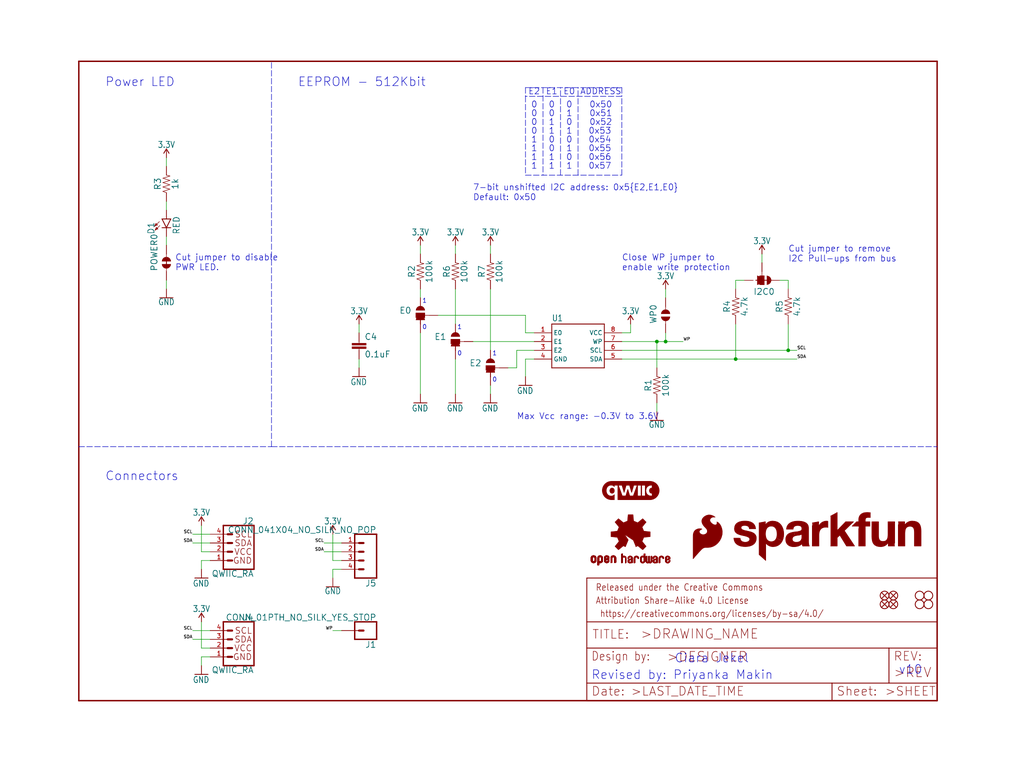
<source format=kicad_sch>
(kicad_sch (version 20211123) (generator eeschema)
  (paper "User" 297.002 223.926)
  (lib_symbols
    (symbol "eagleSchem-eagle-import:0.1UF-0603-25V-(+80{slash}-20%)"
      (property "Reference" "C" (at 1.524 2.921 0))
      (property "Value" "0.1UF-0603-25V-(+80{slash}-20%)" (at 1.524 -2.159 0))
      (symbol "0.1UF-0603-25V-(+80{slash}-20%)_1_0"
        (pin passive line (at 0 5.08 270) (length 2.54) (name "1") (number "1"))
        (pin passive line (at 0 -2.54 90) (length 2.54) (name "2") (number "2"))
      )
    )
    (symbol "eagleSchem-eagle-import:100KOHM-0603-1{slash}10W-1%"
      (property "Reference" "R" (at 0 1.524 0))
      (property "Value" "100KOHM-0603-1{slash}10W-1%" (at 0 -1.524 0))
      (symbol "100KOHM-0603-1{slash}10W-1%_1_0"
        (pin passive line (at -5.08 0 0) (length 2.54) (name "1") (number "1"))
        (pin passive line (at 5.08 0 180) (length 2.54) (name "2") (number "2"))
      )
    )
    (symbol "eagleSchem-eagle-import:1KOHM-0603-1{slash}10W-1%"
      (property "Reference" "R" (at 0 1.524 0))
      (property "Value" "1KOHM-0603-1{slash}10W-1%" (at 0 -1.524 0))
      (symbol "1KOHM-0603-1{slash}10W-1%_1_0"
        (pin passive line (at -5.08 0 0) (length 2.54) (name "1") (number "1"))
        (pin passive line (at 5.08 0 180) (length 2.54) (name "2") (number "2"))
      )
    )
    (symbol "eagleSchem-eagle-import:3.3V" (power)
      (property "Value" "3.3V" (at 0 2.794 0))
      (symbol "3.3V_1_0"
        (pin power_in line (at 0 0 90) (length 2.54) (name "3.3V") (number "1"))
      )
    )
    (symbol "eagleSchem-eagle-import:4.7KOHM-0603-1{slash}10W-1%"
      (property "Reference" "R" (at 0 1.524 0))
      (property "Value" "4.7KOHM-0603-1{slash}10W-1%" (at 0 -1.524 0))
      (symbol "4.7KOHM-0603-1{slash}10W-1%_1_0"
        (pin passive line (at -5.08 0 0) (length 2.54) (name "1") (number "1"))
        (pin passive line (at 5.08 0 180) (length 2.54) (name "2") (number "2"))
      )
    )
    (symbol "eagleSchem-eagle-import:CONN_01PTH_NO_SILK_YES_STOP"
      (property "Reference" "J" (at -2.54 3.048 0))
      (property "Value" "CONN_01PTH_NO_SILK_YES_STOP" (at -2.54 -4.826 0))
      (symbol "CONN_01PTH_NO_SILK_YES_STOP_1_0"
        (pin passive line (at 7.62 0 180) (length 5.08) (name "1") (number "1"))
      )
    )
    (symbol "eagleSchem-eagle-import:CONN_041X04_NO_SILK_NO_POP"
      (property "Reference" "J" (at -5.08 8.128 0))
      (property "Value" "CONN_041X04_NO_SILK_NO_POP" (at -5.08 -7.366 0))
      (symbol "CONN_041X04_NO_SILK_NO_POP_1_0"
        (pin passive line (at 5.08 -2.54 180) (length 5.08) (name "1") (number "1"))
        (pin passive line (at 5.08 0 180) (length 5.08) (name "2") (number "2"))
        (pin passive line (at 5.08 2.54 180) (length 5.08) (name "3") (number "3"))
        (pin passive line (at 5.08 5.08 180) (length 5.08) (name "4") (number "4"))
      )
    )
    (symbol "eagleSchem-eagle-import:FIDUCIALUFIDUCIAL")
    (symbol "eagleSchem-eagle-import:FRAME-LETTER"
      (symbol "FRAME-LETTER_2_0"
        (text " https://creativecommons.org/licenses/by-sa/4.0/" (at 2.54 24.13 0) (effects (font (size 1.9304 1.6408)) (justify left bottom)))
        (text ">DESIGNER" (at 23.114 11.176 0) (effects (font (size 2.7432 2.7432)) (justify left bottom)))
        (text ">DRAWING_NAME" (at 15.494 17.78 0) (effects (font (size 2.7432 2.7432)) (justify left bottom)))
        (text ">LAST_DATE_TIME" (at 12.7 1.27 0) (effects (font (size 2.54 2.54)) (justify left bottom)))
        (text ">REV" (at 88.9 6.604 0) (effects (font (size 2.7432 2.7432)) (justify left bottom)))
        (text ">SHEET" (at 86.36 1.27 0) (effects (font (size 2.54 2.54)) (justify left bottom)))
        (text "Attribution Share-Alike 4.0 License" (at 2.54 27.94 0) (effects (font (size 1.9304 1.6408)) (justify left bottom)))
        (text "Date:" (at 1.27 1.27 0) (effects (font (size 2.54 2.54)) (justify left bottom)))
        (text "Design by:" (at 1.27 11.43 0) (effects (font (size 2.54 2.159)) (justify left bottom)))
        (text "Released under the Creative Commons" (at 2.54 31.75 0) (effects (font (size 1.9304 1.6408)) (justify left bottom)))
        (text "REV:" (at 88.9 11.43 0) (effects (font (size 2.54 2.54)) (justify left bottom)))
        (text "Sheet:" (at 72.39 1.27 0) (effects (font (size 2.54 2.54)) (justify left bottom)))
        (text "TITLE:" (at 1.524 17.78 0) (effects (font (size 2.54 2.54)) (justify left bottom)))
      )
    )
    (symbol "eagleSchem-eagle-import:GND" (power)
      (property "Value" "GND" (at 0 -0.254 0))
      (symbol "GND_1_0"
        (pin power_in line (at 0 2.54 270) (length 2.54) (name "GND") (number "1"))
      )
    )
    (symbol "eagleSchem-eagle-import:JUMPER-SMT_2_NC_TRACE_SILK"
      (property "Reference" "JP" (at -2.54 2.54 0))
      (property "Value" "JUMPER-SMT_2_NC_TRACE_SILK" (at -2.54 -2.54 0))
      (symbol "JUMPER-SMT_2_NC_TRACE_SILK_1_0"
        (pin passive line (at -5.08 0 0) (length 2.54) (name "1") (number "1"))
        (pin passive line (at 5.08 0 180) (length 2.54) (name "2") (number "2"))
      )
    )
    (symbol "eagleSchem-eagle-import:JUMPER-SMT_2_NO_SILK"
      (property "Reference" "JP" (at -2.54 2.54 0))
      (property "Value" "JUMPER-SMT_2_NO_SILK" (at -2.54 -2.54 0))
      (symbol "JUMPER-SMT_2_NO_SILK_1_0"
        (pin passive line (at -5.08 0 0) (length 2.54) (name "1") (number "1"))
        (pin passive line (at 5.08 0 180) (length 2.54) (name "2") (number "2"))
      )
    )
    (symbol "eagleSchem-eagle-import:JUMPER-SMT_3_1-NC_TRACE_SILK"
      (property "Reference" "JP" (at 2.54 0.381 0))
      (property "Value" "JUMPER-SMT_3_1-NC_TRACE_SILK" (at 2.54 -0.381 0))
      (symbol "JUMPER-SMT_3_1-NC_TRACE_SILK_1_0"
        (pin passive line (at 0 5.08 270) (length 2.54) (name "1") (number "1"))
        (pin passive line (at -5.08 0 0) (length 2.54) (name "2") (number "2"))
        (pin passive line (at 0 -5.08 90) (length 2.54) (name "3") (number "3"))
      )
    )
    (symbol "eagleSchem-eagle-import:JUMPER-SMT_3_2-NC_TRACE_SILK"
      (property "Reference" "JP" (at 2.54 0.381 0))
      (property "Value" "JUMPER-SMT_3_2-NC_TRACE_SILK" (at 2.54 -0.381 0))
      (symbol "JUMPER-SMT_3_2-NC_TRACE_SILK_1_0"
        (pin passive line (at 0 5.08 270) (length 2.54) (name "1") (number "1"))
        (pin passive line (at -5.08 0 0) (length 2.54) (name "2") (number "2"))
        (pin passive line (at 0 -5.08 90) (length 2.54) (name "3") (number "3"))
      )
    )
    (symbol "eagleSchem-eagle-import:LED-RED0603"
      (property "Reference" "D" (at -3.429 -4.572 90))
      (property "Value" "LED-RED0603" (at 1.905 -4.572 90))
      (symbol "LED-RED0603_1_0"
        (pin passive line (at 0 2.54 270) (length 2.54) (name "A") (number "A"))
        (pin passive line (at 0 -5.08 90) (length 2.54) (name "C") (number "C"))
      )
    )
    (symbol "eagleSchem-eagle-import:OSHW-LOGOMINI")
    (symbol "eagleSchem-eagle-import:QWIIC_CONNECTORJS-1MM"
      (property "Reference" "J" (at -5.08 7.874 0))
      (property "Value" "QWIIC_CONNECTORJS-1MM" (at -5.08 -5.334 0))
      (symbol "QWIIC_CONNECTORJS-1MM_1_0"
        (text "GND" (at -4.572 -2.54 0) (effects (font (size 1.778 1.778)) (justify left)))
        (text "SCL" (at -4.572 5.08 0) (effects (font (size 1.778 1.778)) (justify left)))
        (text "SDA" (at -4.572 2.54 0) (effects (font (size 1.778 1.778)) (justify left)))
        (text "VCC" (at -4.572 0 0) (effects (font (size 1.778 1.778)) (justify left)))
        (pin power_in line (at 7.62 -2.54 180) (length 5.08) (name "1") (number "1"))
        (pin power_in line (at 7.62 0 180) (length 5.08) (name "2") (number "2"))
        (pin passive line (at 7.62 2.54 180) (length 5.08) (name "3") (number "3"))
        (pin passive line (at 7.62 5.08 180) (length 5.08) (name "4") (number "4"))
      )
    )
    (symbol "eagleSchem-eagle-import:QWIIC_LOGO_4MM")
    (symbol "eagleSchem-eagle-import:RM24C512C"
      (property "Value" "RM24C512C" (at -7.62 -10.16 0))
      (symbol "RM24C512C_1_0"
        (pin bidirectional line (at -12.7 2.54 0) (length 5.08) (name "E0") (number "1"))
        (pin bidirectional line (at -12.7 0 0) (length 5.08) (name "E1") (number "2"))
        (pin bidirectional line (at -12.7 -2.54 0) (length 5.08) (name "E2") (number "3"))
        (pin power_in line (at -12.7 -5.08 0) (length 5.08) (name "GND") (number "4"))
        (pin bidirectional line (at 12.7 -5.08 180) (length 5.08) (name "SDA") (number "5"))
        (pin bidirectional line (at 12.7 -2.54 180) (length 5.08) (name "SCL") (number "6"))
        (pin bidirectional line (at 12.7 0 180) (length 5.08) (name "WP") (number "7"))
        (pin power_in line (at 12.7 2.54 180) (length 5.08) (name "VCC") (number "8"))
      )
    )
    (symbol "eagleSchem-eagle-import:SFE_LOGO_FLAME.1_INCH")
    (symbol "eagleSchem-eagle-import:SFE_LOGO_NAME.1_INCH")
    (symbol "eagleSchem-eagle-import:STAND-OFF")
  )
  (junction (at 190.5 99.06))
  (junction (at 213.36 104.14))
  (junction (at 193.04 99.06))
  (junction (at 228.6 101.6))
  (wire (pts (xy 96.52 162.56) (xy 96.52 154.94)))
  (wire (pts (xy 99.06 182.88) (xy 96.52 182.88)))
  (wire (pts (xy 60.96 160.02) (xy 58.42 160.02)))
  (wire (pts (xy 99.06 157.48) (xy 93.98 157.48)))
  (wire (pts (xy 198.12 99.06) (xy 193.04 99.06)))
  (wire (pts (xy 48.26 71.12) (xy 48.26 68.58)))
  (wire (pts (xy 193.04 99.06) (xy 190.5 99.06)))
  (wire (pts (xy 228.6 83.82) (xy 228.6 81.28)))
  (wire (pts (xy 149.86 101.6) (xy 149.86 106.68)))
  (wire (pts (xy 213.36 81.28) (xy 215.9 81.28)))
  (polyline (pts (xy 152.4 25.4) (xy 152.4 27.94)))
  (wire (pts (xy 154.94 104.14) (xy 152.4 104.14)))
  (wire (pts (xy 180.34 104.14) (xy 213.36 104.14)))
  (wire (pts (xy 48.26 83.82) (xy 48.26 81.28)))
  (polyline (pts (xy 78.74 129.54) (xy 271.78 129.54)))
  (wire (pts (xy 60.96 162.56) (xy 58.42 162.56)))
  (polyline (pts (xy 78.74 129.54) (xy 78.74 17.78)))
  (wire (pts (xy 193.04 99.06) (xy 193.04 96.52)))
  (wire (pts (xy 58.42 160.02) (xy 58.42 152.4)))
  (polyline (pts (xy 152.4 27.94) (xy 152.4 50.8)))
  (wire (pts (xy 213.36 104.14) (xy 231.14 104.14)))
  (wire (pts (xy 60.96 187.96) (xy 58.42 187.96)))
  (polyline (pts (xy 180.34 25.4) (xy 180.34 27.94)))
  (wire (pts (xy 104.14 96.52) (xy 104.14 93.98)))
  (wire (pts (xy 152.4 91.44) (xy 127 91.44)))
  (wire (pts (xy 142.24 73.66) (xy 142.24 71.12)))
  (wire (pts (xy 152.4 104.14) (xy 152.4 109.22)))
  (wire (pts (xy 60.96 185.42) (xy 55.88 185.42)))
  (wire (pts (xy 48.26 48.26) (xy 48.26 45.72)))
  (wire (pts (xy 154.94 99.06) (xy 137.16 99.06)))
  (wire (pts (xy 149.86 106.68) (xy 147.32 106.68)))
  (polyline (pts (xy 152.4 25.4) (xy 180.34 25.4)))
  (wire (pts (xy 220.98 73.66) (xy 220.98 76.2)))
  (wire (pts (xy 180.34 99.06) (xy 190.5 99.06)))
  (polyline (pts (xy 157.48 25.4) (xy 157.48 50.8)))
  (wire (pts (xy 190.5 106.68) (xy 190.5 99.06)))
  (wire (pts (xy 99.06 162.56) (xy 96.52 162.56)))
  (wire (pts (xy 60.96 154.94) (xy 55.88 154.94)))
  (polyline (pts (xy 22.86 129.54) (xy 78.74 129.54)))
  (polyline (pts (xy 152.4 50.8) (xy 180.34 50.8)))
  (wire (pts (xy 60.96 190.5) (xy 58.42 190.5)))
  (wire (pts (xy 213.36 83.82) (xy 213.36 81.28)))
  (polyline (pts (xy 162.56 50.8) (xy 162.56 25.4)))
  (wire (pts (xy 121.92 83.82) (xy 121.92 86.36)))
  (wire (pts (xy 121.92 71.12) (xy 121.92 73.66)))
  (wire (pts (xy 228.6 81.28) (xy 226.06 81.28)))
  (wire (pts (xy 132.08 93.98) (xy 132.08 83.82)))
  (wire (pts (xy 99.06 165.1) (xy 96.52 165.1)))
  (wire (pts (xy 58.42 162.56) (xy 58.42 165.1)))
  (wire (pts (xy 142.24 114.3) (xy 142.24 111.76)))
  (wire (pts (xy 152.4 96.52) (xy 152.4 91.44)))
  (wire (pts (xy 213.36 104.14) (xy 213.36 93.98)))
  (wire (pts (xy 154.94 96.52) (xy 152.4 96.52)))
  (wire (pts (xy 58.42 190.5) (xy 58.42 193.04)))
  (wire (pts (xy 154.94 101.6) (xy 149.86 101.6)))
  (wire (pts (xy 193.04 83.82) (xy 193.04 86.36)))
  (wire (pts (xy 132.08 73.66) (xy 132.08 71.12)))
  (polyline (pts (xy 180.34 27.94) (xy 152.4 27.94)))
  (wire (pts (xy 182.88 96.52) (xy 182.88 93.98)))
  (wire (pts (xy 228.6 101.6) (xy 228.6 93.98)))
  (wire (pts (xy 104.14 104.14) (xy 104.14 106.68)))
  (wire (pts (xy 190.5 119.38) (xy 190.5 116.84)))
  (wire (pts (xy 60.96 157.48) (xy 55.88 157.48)))
  (wire (pts (xy 58.42 187.96) (xy 58.42 180.34)))
  (polyline (pts (xy 167.64 50.8) (xy 167.64 25.4)))
  (wire (pts (xy 96.52 165.1) (xy 96.52 167.64)))
  (wire (pts (xy 182.88 96.52) (xy 180.34 96.52)))
  (wire (pts (xy 228.6 101.6) (xy 231.14 101.6)))
  (wire (pts (xy 121.92 114.3) (xy 121.92 96.52)))
  (wire (pts (xy 132.08 114.3) (xy 132.08 104.14)))
  (polyline (pts (xy 180.34 50.8) (xy 180.34 27.94)))
  (wire (pts (xy 60.96 182.88) (xy 55.88 182.88)))
  (wire (pts (xy 99.06 160.02) (xy 93.98 160.02)))
  (wire (pts (xy 48.26 60.96) (xy 48.26 58.42)))
  (wire (pts (xy 142.24 101.6) (xy 142.24 83.82)))
  (wire (pts (xy 180.34 101.6) (xy 228.6 101.6)))
  (text "0" (at 154.94 33.02 180) (effects (font (size 1.778 1.778))))
  (text "1" (at 160.02 35.56 180) (effects (font (size 1.778 1.778))))
  (text "0" (at 160.02 30.48 180) (effects (font (size 1.778 1.778))))
  (text "0" (at 165.1 45.72 180) (effects (font (size 1.778 1.778))))
  (text "1" (at 142.748 103.378 180) (effects (font (size 1.27 1.27)) (justify left bottom)))
  (text "Ciara Jekel" (at 195.58 192.532 180) (effects (font (size 2.54 2.54)) (justify left bottom)))
  (text "7-bit unshifted I2C address: 0x5{E2,E1,E0}\nDefault: 0x50" (at 137.16 58.42 180) (effects (font (size 1.778 1.778)) (justify left bottom)))
  (text "ADDRESS" (at 174.244 26.67 180) (effects (font (size 1.778 1.778))))
  (text "0" (at 165.1 40.64 180) (effects (font (size 1.778 1.778))))
  (text "E2" (at 154.94 26.67 180) (effects (font (size 1.778 1.778))))
  (text "0" (at 154.94 35.56 180) (effects (font (size 1.778 1.778))))
  (text "1" (at 165.1 48.26 180) (effects (font (size 1.778 1.778))))
  (text "0x57" (at 173.99 48.26 180) (effects (font (size 1.778 1.778))))
  (text "1" (at 132.588 95.758 180) (effects (font (size 1.27 1.27)) (justify left bottom)))
  (text "1" (at 122.428 88.138 180) (effects (font (size 1.27 1.27)) (justify left bottom)))
  (text "0" (at 142.748 110.998 180) (effects (font (size 1.27 1.27)) (justify left bottom)))
  (text "0" (at 165.1 30.48 180) (effects (font (size 1.778 1.778))))
  (text "Power LED" (at 30.48 25.4 180) (effects (font (size 2.54 2.54)) (justify left bottom)))
  (text "0x50" (at 174.244 30.48 180) (effects (font (size 1.778 1.778))))
  (text "Cut jumper to disable\nPWR LED." (at 50.8 78.74 180) (effects (font (size 1.778 1.778)) (justify left bottom)))
  (text "0x56" (at 173.99 45.72 180) (effects (font (size 1.778 1.778))))
  (text "EEPROM - 512Kbit" (at 86.36 25.4 180) (effects (font (size 2.54 2.54)) (justify left bottom)))
  (text "Close WP jumper to\nenable write protection" (at 180.34 78.74 180) (effects (font (size 1.778 1.778)) (justify left bottom)))
  (text "0x53" (at 173.99 38.1 180) (effects (font (size 1.778 1.778))))
  (text "Max Vcc range: -0.3V to 3.6V" (at 149.86 121.92 180) (effects (font (size 1.778 1.778)) (justify left bottom)))
  (text "0x52" (at 174.244 35.56 180) (effects (font (size 1.778 1.778))))
  (text "Connectors" (at 30.48 139.7 180) (effects (font (size 2.54 2.54)) (justify left bottom)))
  (text "E0" (at 165.1 26.67 180) (effects (font (size 1.778 1.778))))
  (text "0x54" (at 173.99 40.64 180) (effects (font (size 1.778 1.778))))
  (text "Cut jumper to remove\nI2C Pull-ups from bus" (at 228.6 76.2 180) (effects (font (size 1.778 1.778)) (justify left bottom)))
  (text "0" (at 165.1 35.56 180) (effects (font (size 1.778 1.778))))
  (text "0x51" (at 174.244 33.02 180) (effects (font (size 1.778 1.778))))
  (text "0" (at 154.94 38.1 180) (effects (font (size 1.778 1.778))))
  (text "0" (at 160.02 33.02 180) (effects (font (size 1.778 1.778))))
  (text "1" (at 160.02 38.1 180) (effects (font (size 1.778 1.778))))
  (text "1" (at 154.94 48.26 180) (effects (font (size 1.778 1.778))))
  (text "Revised by: Priyanka Makin" (at 171.45 197.358 180) (effects (font (size 2.54 2.54)) (justify left bottom)))
  (text "E1" (at 160.02 26.67 180) (effects (font (size 1.778 1.778))))
  (text "v10" (at 260.604 195.834 180) (effects (font (size 2.54 2.54)) (justify left bottom)))
  (text "0" (at 154.94 30.48 180) (effects (font (size 1.778 1.778))))
  (text "0x55" (at 173.99 43.18 180) (effects (font (size 1.778 1.778))))
  (text "1" (at 154.94 43.18 180) (effects (font (size 1.778 1.778))))
  (text "0" (at 160.02 43.18 180) (effects (font (size 1.778 1.778))))
  (text "1" (at 154.94 40.64 180) (effects (font (size 1.778 1.778))))
  (text "1" (at 165.1 43.18 180) (effects (font (size 1.778 1.778))))
  (text "1" (at 160.02 48.26 180) (effects (font (size 1.778 1.778))))
  (text "0" (at 122.428 95.758 180) (effects (font (size 1.27 1.27)) (justify left bottom)))
  (text "1" (at 165.1 38.1 180) (effects (font (size 1.778 1.778))))
  (text "1" (at 160.02 45.72 180) (effects (font (size 1.778 1.778))))
  (text "1" (at 165.1 33.02 180) (effects (font (size 1.778 1.778))))
  (text "0" (at 132.588 103.378 180) (effects (font (size 1.27 1.27)) (justify left bottom)))
  (text "0" (at 160.02 40.64 180) (effects (font (size 1.778 1.778))))
  (text "1" (at 154.94 45.72 180) (effects (font (size 1.778 1.778))))
  (label "SCL" (at 55.88 182.88 180) (effects (font (size 0.889 0.889))))
  (label "SCL" (at 93.98 157.48 180) (effects (font (size 0.889 0.889))))
  (label "SDA" (at 93.98 160.02 180) (effects (font (size 0.889 0.889))))
  (label "SDA" (at 55.88 157.48 180) (effects (font (size 0.889 0.889))))
  (label "SDA" (at 55.88 185.42 180) (effects (font (size 0.889 0.889))))
  (label "SDA" (at 231.14 104.14 0) (effects (font (size 0.889 0.889))))
  (label "WP" (at 96.52 182.88 180) (effects (font (size 0.889 0.889))))
  (label "SCL" (at 231.14 101.6 0) (effects (font (size 0.889 0.889))))
  (label "SCL" (at 55.88 154.94 180) (effects (font (size 0.889 0.889))))
  (label "WP" (at 198.12 99.06 0) (effects (font (size 0.889 0.889))))
  (symbol (lib_id "eagleSchem-eagle-import:FIDUCIALUFIDUCIAL") (at 259.08 175.26 0) (unit 1)
    (property "Reference" "JP1" (effects hide))
    (property "Value" "FIDUCIALUFIDUCIAL" (effects hide))
    (property "Footprint" "eagleSchem:FIDUCIAL-MICRO" (effects hide))
  )
  (symbol (lib_id "eagleSchem-eagle-import:CONN_041X04_NO_SILK_NO_POP") (at 104.14 160.02 180) (unit 1)
    (property "Reference" "J5" (at 109.22 168.148 0) (effects (font (size 1.778 1.778)) (justify left bottom)))
    (property "Value" "CONN_041X04_NO_SILK_NO_POP" (at 109.22 152.654 0) (effects (font (size 1.778 1.778)) (justify left bottom)))
    (property "Footprint" "eagleSchem:1X04_NO_SILK" (effects hide))
  )
  (symbol (lib_id "eagleSchem-eagle-import:3.3V") (at 104.14 93.98 0) (unit 1)
    (property "Reference" "#SUPPLY5" (effects hide))
    (property "Value" "3.3V" (at 104.14 91.186 0) (effects (font (size 1.778 1.5113)) (justify bottom)))
    (property "Footprint" "eagleSchem:" (effects hide))
  )
  (symbol (lib_id "eagleSchem-eagle-import:4.7KOHM-0603-1{slash}10W-1%") (at 213.36 88.9 90) (unit 1)
    (property "Reference" "R4" (at 211.836 88.9 0) (effects (font (size 1.778 1.778)) (justify bottom)))
    (property "Value" "4.7k" (at 214.884 88.9 0) (effects (font (size 1.778 1.778)) (justify top)))
    (property "Footprint" "eagleSchem:0603" (effects hide))
  )
  (symbol (lib_id "eagleSchem-eagle-import:JUMPER-SMT_3_1-NC_TRACE_SILK") (at 121.92 91.44 0) (mirror y) (unit 1)
    (property "Reference" "E0" (at 119.38 91.059 0) (effects (font (size 1.778 1.778)) (justify left bottom)))
    (property "Value" "JUMPER-SMT_3_1-NC_TRACE_SILK" (effects hide))
    (property "Footprint" "eagleSchem:SMT-JUMPER_3_1-NC_TRACE_SILK" (effects hide))
  )
  (symbol (lib_id "eagleSchem-eagle-import:GND") (at 96.52 170.18 0) (unit 1)
    (property "Reference" "#GND11" (effects hide))
    (property "Value" "GND" (at 96.52 170.434 0) (effects (font (size 1.778 1.5113)) (justify top)))
    (property "Footprint" "eagleSchem:" (effects hide))
  )
  (symbol (lib_id "eagleSchem-eagle-import:SFE_LOGO_FLAME.1_INCH") (at 200.66 162.56 0) (unit 1)
    (property "Reference" "LOGO3" (effects hide))
    (property "Value" "SFE_LOGO_FLAME.1_INCH" (effects hide))
    (property "Footprint" "eagleSchem:SFE_LOGO_FLAME_.1" (effects hide))
  )
  (symbol (lib_id "eagleSchem-eagle-import:3.3V") (at 193.04 83.82 0) (unit 1)
    (property "Reference" "#SUPPLY11" (effects hide))
    (property "Value" "3.3V" (at 193.04 81.026 0) (effects (font (size 1.778 1.5113)) (justify bottom)))
    (property "Footprint" "eagleSchem:" (effects hide))
  )
  (symbol (lib_id "eagleSchem-eagle-import:STAND-OFF") (at 269.24 172.72 0) (unit 1)
    (property "Reference" "JP3" (effects hide))
    (property "Value" "STAND-OFF" (effects hide))
    (property "Footprint" "eagleSchem:STAND-OFF" (effects hide))
  )
  (symbol (lib_id "eagleSchem-eagle-import:1KOHM-0603-1{slash}10W-1%") (at 48.26 53.34 90) (unit 1)
    (property "Reference" "R3" (at 46.736 53.34 0) (effects (font (size 1.778 1.778)) (justify bottom)))
    (property "Value" "1k" (at 49.784 53.34 0) (effects (font (size 1.778 1.778)) (justify top)))
    (property "Footprint" "eagleSchem:0603" (effects hide))
  )
  (symbol (lib_id "eagleSchem-eagle-import:3.3V") (at 48.26 45.72 0) (unit 1)
    (property "Reference" "#SUPPLY10" (effects hide))
    (property "Value" "3.3V" (at 48.26 42.926 0) (effects (font (size 1.778 1.5113)) (justify bottom)))
    (property "Footprint" "eagleSchem:" (effects hide))
  )
  (symbol (lib_id "eagleSchem-eagle-import:STAND-OFF") (at 269.24 175.26 0) (unit 1)
    (property "Reference" "JP4" (effects hide))
    (property "Value" "STAND-OFF" (effects hide))
    (property "Footprint" "eagleSchem:STAND-OFF" (effects hide))
  )
  (symbol (lib_id "eagleSchem-eagle-import:0.1UF-0603-25V-(+80{slash}-20%)") (at 104.14 101.6 0) (unit 1)
    (property "Reference" "C4" (at 105.664 98.679 0) (effects (font (size 1.778 1.778)) (justify left bottom)))
    (property "Value" "0.1uF" (at 105.664 103.759 0) (effects (font (size 1.778 1.778)) (justify left bottom)))
    (property "Footprint" "eagleSchem:0603" (effects hide))
  )
  (symbol (lib_id "eagleSchem-eagle-import:100KOHM-0603-1{slash}10W-1%") (at 142.24 78.74 90) (unit 1)
    (property "Reference" "R7" (at 140.716 78.74 0) (effects (font (size 1.778 1.778)) (justify bottom)))
    (property "Value" "100k" (at 143.764 78.74 0) (effects (font (size 1.778 1.778)) (justify top)))
    (property "Footprint" "eagleSchem:0603" (effects hide))
  )
  (symbol (lib_id "eagleSchem-eagle-import:3.3V") (at 182.88 93.98 0) (unit 1)
    (property "Reference" "#SUPPLY3" (effects hide))
    (property "Value" "3.3V" (at 182.88 91.186 0) (effects (font (size 1.778 1.5113)) (justify bottom)))
    (property "Footprint" "eagleSchem:" (effects hide))
  )
  (symbol (lib_id "eagleSchem-eagle-import:CONN_01PTH_NO_SILK_YES_STOP") (at 106.68 182.88 180) (unit 1)
    (property "Reference" "J1" (at 109.22 185.928 0) (effects (font (size 1.778 1.778)) (justify left bottom)))
    (property "Value" "CONN_01PTH_NO_SILK_YES_STOP" (at 109.22 178.054 0) (effects (font (size 1.778 1.778)) (justify left bottom)))
    (property "Footprint" "eagleSchem:1X01_NO_SILK" (effects hide))
  )
  (symbol (lib_id "eagleSchem-eagle-import:JUMPER-SMT_3_1-NC_TRACE_SILK") (at 142.24 106.68 0) (mirror y) (unit 1)
    (property "Reference" "E2" (at 139.7 106.299 0) (effects (font (size 1.778 1.778)) (justify left bottom)))
    (property "Value" "JUMPER-SMT_3_1-NC_TRACE_SILK" (effects hide))
    (property "Footprint" "eagleSchem:SMT-JUMPER_3_1-NC_TRACE_SILK" (effects hide))
  )
  (symbol (lib_id "eagleSchem-eagle-import:4.7KOHM-0603-1{slash}10W-1%") (at 228.6 88.9 90) (unit 1)
    (property "Reference" "R5" (at 227.076 88.9 0) (effects (font (size 1.778 1.778)) (justify bottom)))
    (property "Value" "4.7k" (at 230.124 88.9 0) (effects (font (size 1.778 1.778)) (justify top)))
    (property "Footprint" "eagleSchem:0603" (effects hide))
  )
  (symbol (lib_id "eagleSchem-eagle-import:GND") (at 58.42 195.58 0) (unit 1)
    (property "Reference" "#GND8" (effects hide))
    (property "Value" "GND" (at 55.88 198.12 0) (effects (font (size 1.778 1.5113)) (justify left bottom)))
    (property "Footprint" "eagleSchem:" (effects hide))
  )
  (symbol (lib_id "eagleSchem-eagle-import:3.3V") (at 132.08 71.12 0) (unit 1)
    (property "Reference" "#SUPPLY6" (effects hide))
    (property "Value" "3.3V" (at 132.08 68.326 0) (effects (font (size 1.778 1.5113)) (justify bottom)))
    (property "Footprint" "eagleSchem:" (effects hide))
  )
  (symbol (lib_id "eagleSchem-eagle-import:JUMPER-SMT_2_NO_SILK") (at 193.04 91.44 90) (unit 1)
    (property "Reference" "WP0" (at 190.5 93.98 0) (effects (font (size 1.778 1.778)) (justify left bottom)))
    (property "Value" "JUMPER-SMT_2_NO_SILK" (effects hide))
    (property "Footprint" "eagleSchem:SMT-JUMPER_2_NO_SILK" (effects hide))
  )
  (symbol (lib_id "eagleSchem-eagle-import:FIDUCIALUFIDUCIAL") (at 256.54 172.72 0) (unit 1)
    (property "Reference" "JP2" (effects hide))
    (property "Value" "FIDUCIALUFIDUCIAL" (effects hide))
    (property "Footprint" "eagleSchem:FIDUCIAL-MICRO" (effects hide))
  )
  (symbol (lib_id "eagleSchem-eagle-import:QWIIC_CONNECTORJS-1MM") (at 68.58 160.02 0) (mirror y) (unit 1)
    (property "Reference" "J2" (at 73.66 152.146 0) (effects (font (size 1.778 1.778)) (justify left bottom)))
    (property "Value" "QWIIC_RA" (at 73.66 165.354 0) (effects (font (size 1.778 1.778)) (justify left top)))
    (property "Footprint" "eagleSchem:JST04_1MM_RA" (effects hide))
  )
  (symbol (lib_id "eagleSchem-eagle-import:LED-RED0603") (at 48.26 63.5 0) (unit 1)
    (property "Reference" "D1" (at 44.831 68.072 90) (effects (font (size 1.778 1.778)) (justify left bottom)))
    (property "Value" "RED" (at 50.165 68.072 90) (effects (font (size 1.778 1.778)) (justify left top)))
    (property "Footprint" "eagleSchem:LED-0603" (effects hide))
  )
  (symbol (lib_id "eagleSchem-eagle-import:GND") (at 190.5 121.92 0) (unit 1)
    (property "Reference" "#GND10" (effects hide))
    (property "Value" "GND" (at 190.5 122.174 0) (effects (font (size 1.778 1.5113)) (justify top)))
    (property "Footprint" "eagleSchem:" (effects hide))
  )
  (symbol (lib_id "eagleSchem-eagle-import:FRAME-LETTER") (at 170.18 203.2 0) (unit 2)
    (property "Reference" "FRAME1" (effects hide))
    (property "Value" "FRAME-LETTER" (effects hide))
    (property "Footprint" "eagleSchem:CREATIVE_COMMONS" (effects hide))
  )
  (symbol (lib_id "eagleSchem-eagle-import:3.3V") (at 142.24 71.12 0) (unit 1)
    (property "Reference" "#SUPPLY9" (effects hide))
    (property "Value" "3.3V" (at 142.24 68.326 0) (effects (font (size 1.778 1.5113)) (justify bottom)))
    (property "Footprint" "eagleSchem:" (effects hide))
  )
  (symbol (lib_id "eagleSchem-eagle-import:GND") (at 58.42 167.64 0) (unit 1)
    (property "Reference" "#GND6" (effects hide))
    (property "Value" "GND" (at 55.88 170.18 0) (effects (font (size 1.778 1.5113)) (justify left bottom)))
    (property "Footprint" "eagleSchem:" (effects hide))
  )
  (symbol (lib_id "eagleSchem-eagle-import:FIDUCIALUFIDUCIAL") (at 259.08 172.72 0) (unit 1)
    (property "Reference" "JP6" (effects hide))
    (property "Value" "FIDUCIALUFIDUCIAL" (effects hide))
    (property "Footprint" "eagleSchem:FIDUCIAL-MICRO" (effects hide))
  )
  (symbol (lib_id "eagleSchem-eagle-import:3.3V") (at 58.42 180.34 0) (unit 1)
    (property "Reference" "#SUPPLY8" (effects hide))
    (property "Value" "3.3V" (at 58.42 177.546 0) (effects (font (size 1.778 1.5113)) (justify bottom)))
    (property "Footprint" "eagleSchem:" (effects hide))
  )
  (symbol (lib_id "eagleSchem-eagle-import:STAND-OFF") (at 266.7 175.26 0) (unit 1)
    (property "Reference" "JP8" (effects hide))
    (property "Value" "STAND-OFF" (effects hide))
    (property "Footprint" "eagleSchem:STAND-OFF" (effects hide))
  )
  (symbol (lib_id "eagleSchem-eagle-import:JUMPER-SMT_3_2-NC_TRACE_SILK") (at 220.98 81.28 270) (unit 1)
    (property "Reference" "I2C0" (at 218.44 85.598 90) (effects (font (size 1.778 1.778)) (justify left bottom)))
    (property "Value" "JUMPER-SMT_3_2-NC_TRACE_SILK" (effects hide))
    (property "Footprint" "eagleSchem:SMT-JUMPER_3_2-NC_TRACE_SILK" (effects hide))
  )
  (symbol (lib_id "eagleSchem-eagle-import:JUMPER-SMT_2_NC_TRACE_SILK") (at 48.26 76.2 90) (unit 1)
    (property "Reference" "POWER0" (at 45.72 78.74 0) (effects (font (size 1.778 1.778)) (justify left bottom)))
    (property "Value" "JUMPER-SMT_2_NC_TRACE_SILK" (effects hide))
    (property "Footprint" "eagleSchem:SMT-JUMPER_2_NC_TRACE_SILK" (effects hide))
  )
  (symbol (lib_id "eagleSchem-eagle-import:FIDUCIALUFIDUCIAL") (at 256.54 175.26 0) (unit 1)
    (property "Reference" "JP5" (effects hide))
    (property "Value" "FIDUCIALUFIDUCIAL" (effects hide))
    (property "Footprint" "eagleSchem:FIDUCIAL-MICRO" (effects hide))
  )
  (symbol (lib_id "eagleSchem-eagle-import:GND") (at 104.14 109.22 0) (unit 1)
    (property "Reference" "#GND4" (effects hide))
    (property "Value" "GND" (at 101.6 111.76 0) (effects (font (size 1.778 1.5113)) (justify left bottom)))
    (property "Footprint" "eagleSchem:" (effects hide))
  )
  (symbol (lib_id "eagleSchem-eagle-import:GND") (at 142.24 116.84 0) (unit 1)
    (property "Reference" "#GND9" (effects hide))
    (property "Value" "GND" (at 139.7 119.38 0) (effects (font (size 1.778 1.5113)) (justify left bottom)))
    (property "Footprint" "eagleSchem:" (effects hide))
  )
  (symbol (lib_id "eagleSchem-eagle-import:GND") (at 121.92 116.84 0) (unit 1)
    (property "Reference" "#GND5" (effects hide))
    (property "Value" "GND" (at 119.38 119.38 0) (effects (font (size 1.778 1.5113)) (justify left bottom)))
    (property "Footprint" "eagleSchem:" (effects hide))
  )
  (symbol (lib_id "eagleSchem-eagle-import:STAND-OFF") (at 266.7 172.72 0) (unit 1)
    (property "Reference" "JP7" (effects hide))
    (property "Value" "STAND-OFF" (effects hide))
    (property "Footprint" "eagleSchem:STAND-OFF" (effects hide))
  )
  (symbol (lib_id "eagleSchem-eagle-import:3.3V") (at 121.92 71.12 0) (unit 1)
    (property "Reference" "#SUPPLY2" (effects hide))
    (property "Value" "3.3V" (at 121.92 68.326 0) (effects (font (size 1.778 1.5113)) (justify bottom)))
    (property "Footprint" "eagleSchem:" (effects hide))
  )
  (symbol (lib_id "eagleSchem-eagle-import:3.3V") (at 220.98 73.66 0) (unit 1)
    (property "Reference" "#SUPPLY1" (effects hide))
    (property "Value" "3.3V" (at 220.98 70.866 0) (effects (font (size 1.778 1.5113)) (justify bottom)))
    (property "Footprint" "eagleSchem:" (effects hide))
  )
  (symbol (lib_id "eagleSchem-eagle-import:100KOHM-0603-1{slash}10W-1%") (at 190.5 111.76 90) (unit 1)
    (property "Reference" "R1" (at 188.976 111.76 0) (effects (font (size 1.778 1.778)) (justify bottom)))
    (property "Value" "100k" (at 192.024 111.76 0) (effects (font (size 1.778 1.778)) (justify top)))
    (property "Footprint" "eagleSchem:0603" (effects hide))
  )
  (symbol (lib_id "eagleSchem-eagle-import:3.3V") (at 58.42 152.4 0) (unit 1)
    (property "Reference" "#SUPPLY4" (effects hide))
    (property "Value" "3.3V" (at 58.42 149.606 0) (effects (font (size 1.778 1.5113)) (justify bottom)))
    (property "Footprint" "eagleSchem:" (effects hide))
  )
  (symbol (lib_id "eagleSchem-eagle-import:SFE_LOGO_NAME.1_INCH") (at 210.82 162.56 0) (unit 1)
    (property "Reference" "LOGO2" (effects hide))
    (property "Value" "SFE_LOGO_NAME.1_INCH" (effects hide))
    (property "Footprint" "eagleSchem:SFE_LOGO_NAME_.1" (effects hide))
  )
  (symbol (lib_id "eagleSchem-eagle-import:OSHW-LOGOMINI") (at 182.88 154.94 0) (unit 1)
    (property "Reference" "LOGO1" (effects hide))
    (property "Value" "OSHW-LOGOMINI" (effects hide))
    (property "Footprint" "eagleSchem:OSHW-LOGO-MINI" (effects hide))
  )
  (symbol (lib_id "eagleSchem-eagle-import:JUMPER-SMT_3_1-NC_TRACE_SILK") (at 132.08 99.06 0) (mirror y) (unit 1)
    (property "Reference" "E1" (at 129.54 98.679 0) (effects (font (size 1.778 1.778)) (justify left bottom)))
    (property "Value" "JUMPER-SMT_3_1-NC_TRACE_SILK" (effects hide))
    (property "Footprint" "eagleSchem:SMT-JUMPER_3_1-NC_TRACE_SILK" (effects hide))
  )
  (symbol (lib_id "eagleSchem-eagle-import:100KOHM-0603-1{slash}10W-1%") (at 132.08 78.74 90) (unit 1)
    (property "Reference" "R6" (at 130.556 78.74 0) (effects (font (size 1.778 1.778)) (justify bottom)))
    (property "Value" "100k" (at 133.604 78.74 0) (effects (font (size 1.778 1.778)) (justify top)))
    (property "Footprint" "eagleSchem:0603" (effects hide))
  )
  (symbol (lib_id "eagleSchem-eagle-import:3.3V") (at 96.52 154.94 0) (unit 1)
    (property "Reference" "#SUPPLY7" (effects hide))
    (property "Value" "3.3V" (at 96.52 152.146 0) (effects (font (size 1.778 1.5113)) (justify bottom)))
    (property "Footprint" "eagleSchem:" (effects hide))
  )
  (symbol (lib_id "eagleSchem-eagle-import:GND") (at 132.08 116.84 0) (unit 1)
    (property "Reference" "#GND2" (effects hide))
    (property "Value" "GND" (at 129.54 119.38 0) (effects (font (size 1.778 1.5113)) (justify left bottom)))
    (property "Footprint" "eagleSchem:" (effects hide))
  )
  (symbol (lib_id "eagleSchem-eagle-import:QWIIC_LOGO_4MM") (at 182.88 142.24 0) (unit 1)
    (property "Reference" "LOGO4" (effects hide))
    (property "Value" "QWIIC_LOGO_4MM" (effects hide))
    (property "Footprint" "eagleSchem:QWIIC_4MM" (effects hide))
  )
  (symbol (lib_id "eagleSchem-eagle-import:FRAME-LETTER") (at 22.86 203.2 0) (unit 1)
    (property "Reference" "FRAME1" (effects hide))
    (property "Value" "FRAME-LETTER" (effects hide))
    (property "Footprint" "eagleSchem:CREATIVE_COMMONS" (effects hide))
  )
  (symbol (lib_id "eagleSchem-eagle-import:GND") (at 152.4 111.76 0) (unit 1)
    (property "Reference" "#GND1" (effects hide))
    (property "Value" "GND" (at 149.86 114.3 0) (effects (font (size 1.778 1.5113)) (justify left bottom)))
    (property "Footprint" "eagleSchem:" (effects hide))
  )
  (symbol (lib_id "eagleSchem-eagle-import:QWIIC_CONNECTORJS-1MM") (at 68.58 187.96 0) (mirror y) (unit 1)
    (property "Reference" "J4" (at 73.66 180.086 0) (effects (font (size 1.778 1.778)) (justify left bottom)))
    (property "Value" "QWIIC_RA" (at 73.66 193.294 0) (effects (font (size 1.778 1.778)) (justify left top)))
    (property "Footprint" "eagleSchem:JST04_1MM_RA" (effects hide))
  )
  (symbol (lib_id "eagleSchem-eagle-import:GND") (at 48.26 86.36 0) (unit 1)
    (property "Reference" "#GND3" (effects hide))
    (property "Value" "GND" (at 48.26 86.614 0) (effects (font (size 1.778 1.5113)) (justify top)))
    (property "Footprint" "eagleSchem:" (effects hide))
  )
  (symbol (lib_id "eagleSchem-eagle-import:100KOHM-0603-1{slash}10W-1%") (at 121.92 78.74 90) (unit 1)
    (property "Reference" "R2" (at 120.396 78.74 0) (effects (font (size 1.778 1.778)) (justify bottom)))
    (property "Value" "100k" (at 123.444 78.74 0) (effects (font (size 1.778 1.778)) (justify top)))
    (property "Footprint" "eagleSchem:0603" (effects hide))
  )
  (symbol (lib_id "eagleSchem-eagle-import:RM24C512C") (at 167.64 99.06 0) (unit 1)
    (property "Reference" "U1" (at 160.02 93.218 0) (effects (font (size 1.778 1.5113)) (justify left bottom)))
    (property "Value" "CAT24C51" (at 160.02 109.22 0) (effects (font (size 1.778 1.5113)) (justify left bottom)))
    (property "Footprint" "eagleSchem:SO08" (effects hide))
    (property "Value" "CAT24C51" (effects hide))
  )
)
</source>
